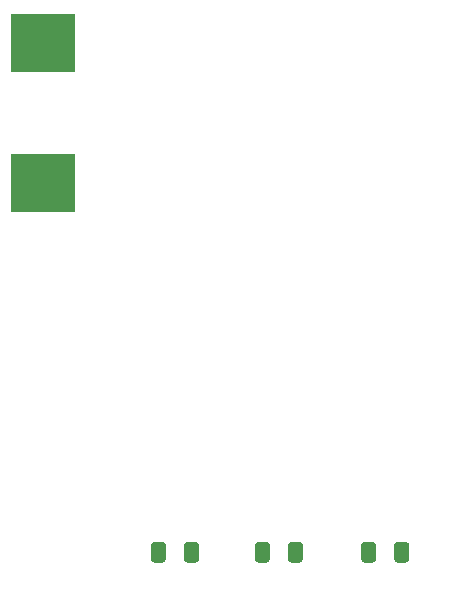
<source format=gbr>
%TF.GenerationSoftware,KiCad,Pcbnew,5.1.10-88a1d61d58~90~ubuntu20.04.1*%
%TF.CreationDate,2021-10-16T18:09:50-04:00*%
%TF.ProjectId,jrgbwww24,6a726762-7777-4773-9234-2e6b69636164,rev?*%
%TF.SameCoordinates,Original*%
%TF.FileFunction,Paste,Top*%
%TF.FilePolarity,Positive*%
%FSLAX46Y46*%
G04 Gerber Fmt 4.6, Leading zero omitted, Abs format (unit mm)*
G04 Created by KiCad (PCBNEW 5.1.10-88a1d61d58~90~ubuntu20.04.1) date 2021-10-16 18:09:50*
%MOMM*%
%LPD*%
G01*
G04 APERTURE LIST*
%ADD10R,5.400000X4.900000*%
G04 APERTURE END LIST*
D10*
%TO.C,L1*%
X105500000Y-68700000D03*
X105500000Y-80500000D03*
%TD*%
%TO.C,D3*%
G36*
G01*
X133725000Y-111175000D02*
X133725000Y-112425000D01*
G75*
G02*
X133475000Y-112675000I-250000J0D01*
G01*
X132725000Y-112675000D01*
G75*
G02*
X132475000Y-112425000I0J250000D01*
G01*
X132475000Y-111175000D01*
G75*
G02*
X132725000Y-110925000I250000J0D01*
G01*
X133475000Y-110925000D01*
G75*
G02*
X133725000Y-111175000I0J-250000D01*
G01*
G37*
G36*
G01*
X136525000Y-111175000D02*
X136525000Y-112425000D01*
G75*
G02*
X136275000Y-112675000I-250000J0D01*
G01*
X135525000Y-112675000D01*
G75*
G02*
X135275000Y-112425000I0J250000D01*
G01*
X135275000Y-111175000D01*
G75*
G02*
X135525000Y-110925000I250000J0D01*
G01*
X136275000Y-110925000D01*
G75*
G02*
X136525000Y-111175000I0J-250000D01*
G01*
G37*
%TD*%
%TO.C,D2*%
G36*
G01*
X124725000Y-111175000D02*
X124725000Y-112425000D01*
G75*
G02*
X124475000Y-112675000I-250000J0D01*
G01*
X123725000Y-112675000D01*
G75*
G02*
X123475000Y-112425000I0J250000D01*
G01*
X123475000Y-111175000D01*
G75*
G02*
X123725000Y-110925000I250000J0D01*
G01*
X124475000Y-110925000D01*
G75*
G02*
X124725000Y-111175000I0J-250000D01*
G01*
G37*
G36*
G01*
X127525000Y-111175000D02*
X127525000Y-112425000D01*
G75*
G02*
X127275000Y-112675000I-250000J0D01*
G01*
X126525000Y-112675000D01*
G75*
G02*
X126275000Y-112425000I0J250000D01*
G01*
X126275000Y-111175000D01*
G75*
G02*
X126525000Y-110925000I250000J0D01*
G01*
X127275000Y-110925000D01*
G75*
G02*
X127525000Y-111175000I0J-250000D01*
G01*
G37*
%TD*%
%TO.C,D1*%
G36*
G01*
X115925000Y-111175000D02*
X115925000Y-112425000D01*
G75*
G02*
X115675000Y-112675000I-250000J0D01*
G01*
X114925000Y-112675000D01*
G75*
G02*
X114675000Y-112425000I0J250000D01*
G01*
X114675000Y-111175000D01*
G75*
G02*
X114925000Y-110925000I250000J0D01*
G01*
X115675000Y-110925000D01*
G75*
G02*
X115925000Y-111175000I0J-250000D01*
G01*
G37*
G36*
G01*
X118725000Y-111175000D02*
X118725000Y-112425000D01*
G75*
G02*
X118475000Y-112675000I-250000J0D01*
G01*
X117725000Y-112675000D01*
G75*
G02*
X117475000Y-112425000I0J250000D01*
G01*
X117475000Y-111175000D01*
G75*
G02*
X117725000Y-110925000I250000J0D01*
G01*
X118475000Y-110925000D01*
G75*
G02*
X118725000Y-111175000I0J-250000D01*
G01*
G37*
%TD*%
M02*

</source>
